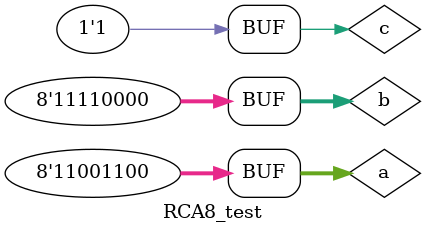
<source format=v>
module fulladder(a,b,cin,sum,carry);
input a,b,cin;
output reg sum, carry;
always@(a, b, cin)
begin
sum=a^b^cin;
carry= (a&b)|(cin&(a^b));
end
endmodule

module RCA4(a,b,c,s, cout);
input [3:0] a,b;
input c;
output  [3:0] s;
output  cout;
wire c1,c2,c3;
begin
fulladder fa0(a[0], b[0],c, s[0],c1);
fulladder fa1(a[1], b[1],c1, s[1],c2);
fulladder fa2(a[2], b[2],c2, s[2],c3);
fulladder fa3(a[3], b[3],c3, s[3],cout);
end
endmodule

module RCA8(a,b,c,s,cout);
input [7:0] a,b;
input c;
output [7:0] s;
output cout;
wire c1;
begin 
RCA4 adder1(a[3:0],b[3:0],c,s[3:0],c1);
RCA4 adder2(a[7:4],b[7:4],c1,s[7:4],cout);
end
endmodule

module RCA8_test;
reg [7:0] a,b;
reg c;
wire [7:0] s;
wire c1,cout;
RCA8 uut(a,b,c,s,cout);
initial
begin
a=8'b10101010;
b=8'b01010101;
c=1'b0;
#200;
a=8'b11001100;
b=8'b11110000;
c=1'b1;
#200;
end
initial
$monitor($time, "a=%b,b=%b,c=%b,s=%b,cout=%b", a,b,c,s,cout);
endmodule
</source>
